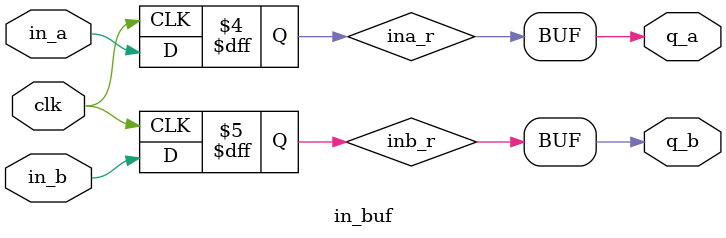
<source format=v>

module in_buf (
	input  clk,			// 驱动时钟
	input  in_a,		// 待测输入信号 a
	input  in_b,		// 待测输入信号 b

	output q_a,			// 同步后输出信号 a
	output q_b			// 同步后输出信号 b
);
// 信号a缓存寄存器
reg                        ina_r = 1'b0;
// 信号b缓存寄存器
reg                        inb_r = 1'b0;


//*****************************************************************
//* 待测信号输入一级缓存, 使其与系统时钟同步
//*****************************************************************
always @(posedge clk) 
begin
  ina_r <= in_a;
  inb_r <= in_b;
end

assign q_a = ina_r;
assign q_b = inb_r;

endmodule 

//*****************************************************************
//*                    END OF FILE 
//*****************************************************************
</source>
